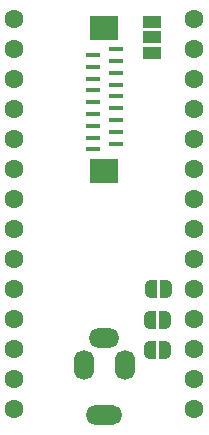
<source format=gbr>
%TF.GenerationSoftware,KiCad,Pcbnew,8.0.1-8.0.1-1~ubuntu22.04.1*%
%TF.CreationDate,2024-04-06T21:19:23+01:00*%
%TF.ProjectId,CONTROLLER_teensy4,434f4e54-524f-44c4-9c45-525f7465656e,rev?*%
%TF.SameCoordinates,Original*%
%TF.FileFunction,Soldermask,Bot*%
%TF.FilePolarity,Negative*%
%FSLAX46Y46*%
G04 Gerber Fmt 4.6, Leading zero omitted, Abs format (unit mm)*
G04 Created by KiCad (PCBNEW 8.0.1-8.0.1-1~ubuntu22.04.1) date 2024-04-06 21:19:23*
%MOMM*%
%LPD*%
G01*
G04 APERTURE LIST*
G04 Aperture macros list*
%AMRoundRect*
0 Rectangle with rounded corners*
0 $1 Rounding radius*
0 $2 $3 $4 $5 $6 $7 $8 $9 X,Y pos of 4 corners*
0 Add a 4 corners polygon primitive as box body*
4,1,4,$2,$3,$4,$5,$6,$7,$8,$9,$2,$3,0*
0 Add four circle primitives for the rounded corners*
1,1,$1+$1,$2,$3*
1,1,$1+$1,$4,$5*
1,1,$1+$1,$6,$7*
1,1,$1+$1,$8,$9*
0 Add four rect primitives between the rounded corners*
20,1,$1+$1,$2,$3,$4,$5,0*
20,1,$1+$1,$4,$5,$6,$7,0*
20,1,$1+$1,$6,$7,$8,$9,0*
20,1,$1+$1,$8,$9,$2,$3,0*%
%AMFreePoly0*
4,1,19,0.500000,-0.750000,0.000000,-0.750000,0.000000,-0.744911,-0.071157,-0.744911,-0.207708,-0.704816,-0.327430,-0.627875,-0.420627,-0.520320,-0.479746,-0.390866,-0.500000,-0.250000,-0.500000,0.250000,-0.479746,0.390866,-0.420627,0.520320,-0.327430,0.627875,-0.207708,0.704816,-0.071157,0.744911,0.000000,0.744911,0.000000,0.750000,0.500000,0.750000,0.500000,-0.750000,0.500000,-0.750000,
$1*%
%AMFreePoly1*
4,1,19,0.000000,0.744911,0.071157,0.744911,0.207708,0.704816,0.327430,0.627875,0.420627,0.520320,0.479746,0.390866,0.500000,0.250000,0.500000,-0.250000,0.479746,-0.390866,0.420627,-0.520320,0.327430,-0.627875,0.207708,-0.704816,0.071157,-0.744911,0.000000,-0.744911,0.000000,-0.750000,-0.500000,-0.750000,-0.500000,0.750000,0.000000,0.750000,0.000000,0.744911,0.000000,0.744911,
$1*%
G04 Aperture macros list end*
%ADD10RoundRect,0.800000X-0.050000X-0.450000X0.050000X-0.450000X0.050000X0.450000X-0.050000X0.450000X0*%
%ADD11RoundRect,0.800000X-0.450000X0.050000X-0.450000X-0.050000X0.450000X-0.050000X0.450000X0.050000X0*%
%ADD12RoundRect,0.800000X-0.700000X0.050000X-0.700000X-0.050000X0.700000X-0.050000X0.700000X0.050000X0*%
%ADD13R,1.200000X0.400000*%
%ADD14R,2.400000X2.000000*%
%ADD15R,1.500000X1.000000*%
%ADD16C,1.600000*%
%ADD17FreePoly0,0.000000*%
%ADD18FreePoly1,0.000000*%
G04 APERTURE END LIST*
D10*
%TO.C,J5*%
X101750000Y-96745000D03*
D11*
X100000000Y-94445000D03*
D10*
X98250000Y-96745000D03*
D12*
X100000000Y-100945000D03*
%TD*%
D13*
%TO.C,FPC2*%
X99000000Y-78500000D03*
X101000000Y-78000000D03*
X99000000Y-77500000D03*
X101000000Y-77000000D03*
X99000000Y-76500000D03*
X101000000Y-76000000D03*
X99000000Y-75500000D03*
X101000000Y-75000000D03*
X99000000Y-74500000D03*
X101000000Y-74000000D03*
X99000000Y-73500000D03*
X101000000Y-73000000D03*
X99000000Y-72500000D03*
X101000000Y-72000000D03*
X99000000Y-71500000D03*
X101000000Y-71000000D03*
X99000000Y-70500000D03*
X101000000Y-70000000D03*
D14*
X100000000Y-68220000D03*
X100000000Y-80300000D03*
%TD*%
D15*
%TO.C,JP4*%
X104000000Y-70300000D03*
X104000000Y-69000000D03*
X104000000Y-67700000D03*
%TD*%
D16*
%TO.C,U1*%
X92380000Y-67490000D03*
X92380000Y-70030000D03*
X92380000Y-72570000D03*
X92380000Y-75110000D03*
X92380000Y-77650000D03*
X92380000Y-80190000D03*
X92380000Y-82730000D03*
X92380000Y-85270000D03*
X92380000Y-87810000D03*
X92380000Y-90350000D03*
X92380000Y-92890000D03*
X92380000Y-95430000D03*
X92380000Y-97970000D03*
X92380000Y-100510000D03*
X107620000Y-100510000D03*
X107620000Y-97970000D03*
X107620000Y-95430000D03*
X107620000Y-92890000D03*
X107620000Y-90350000D03*
X107620000Y-87810000D03*
X107620000Y-85270000D03*
X107620000Y-82730000D03*
X107620000Y-80190000D03*
X107620000Y-77650000D03*
X107620000Y-75110000D03*
X107620000Y-72570000D03*
X107620000Y-70030000D03*
X107620000Y-67490000D03*
%TD*%
D17*
%TO.C,JP3*%
X103950001Y-90300000D03*
D18*
X105249999Y-90300000D03*
%TD*%
D17*
%TO.C,JP2*%
X103850001Y-92900000D03*
D18*
X105149999Y-92900000D03*
%TD*%
D17*
%TO.C,JP1*%
X103850001Y-95500000D03*
D18*
X105149999Y-95500000D03*
%TD*%
M02*

</source>
